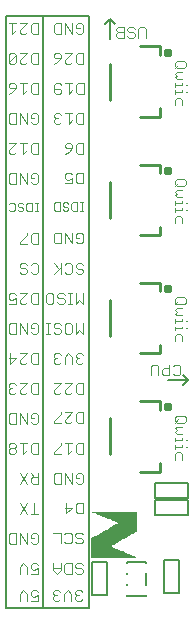
<source format=gbr>
G04 EAGLE Gerber RS-274X export*
G75*
%MOMM*%
%FSLAX34Y34*%
%LPD*%
%AMOC8*
5,1,8,0,0,1.08239X$1,22.5*%
G01*
%ADD10C,0.101600*%
%ADD11C,0.076200*%
%ADD12C,0.203200*%
%ADD13C,0.400000*%
%ADD14C,0.254000*%
%ADD15C,0.152400*%
%ADD16C,0.127000*%

G36*
X134599Y47207D02*
X134599Y47207D01*
X142057Y47207D01*
X143548Y47208D01*
X152498Y47208D01*
X153991Y47210D01*
X161449Y47210D01*
X162939Y47211D01*
X167415Y47211D01*
X167419Y47215D01*
X167425Y47217D01*
X167424Y47220D01*
X167426Y47222D01*
X167422Y47227D01*
X167419Y47234D01*
X166467Y47638D01*
X165060Y48228D01*
X163655Y48819D01*
X162249Y49409D01*
X160841Y50000D01*
X159436Y50590D01*
X158029Y51181D01*
X156623Y51771D01*
X155216Y52362D01*
X153756Y52975D01*
X152297Y53588D01*
X150839Y54202D01*
X149381Y54818D01*
X147925Y55439D01*
X146474Y56070D01*
X145182Y56809D01*
X146415Y57522D01*
X147666Y58246D01*
X148915Y58970D01*
X150166Y59696D01*
X151415Y60421D01*
X152665Y61145D01*
X153916Y61870D01*
X155165Y62596D01*
X156416Y63321D01*
X157638Y64031D01*
X158861Y64741D01*
X160085Y65450D01*
X161307Y66160D01*
X162530Y66869D01*
X163752Y67579D01*
X164974Y68289D01*
X166198Y68998D01*
X167421Y69708D01*
X167423Y69714D01*
X167426Y69718D01*
X167427Y69718D01*
X167431Y71079D01*
X167436Y72441D01*
X167441Y73801D01*
X167444Y75163D01*
X167449Y76524D01*
X167454Y77886D01*
X167458Y79246D01*
X167463Y80608D01*
X167468Y81969D01*
X167473Y83331D01*
X167476Y84692D01*
X167481Y86052D01*
X167470Y86064D01*
X167469Y86063D01*
X167469Y86064D01*
X160010Y86064D01*
X158518Y86062D01*
X148077Y86062D01*
X147381Y86062D01*
X147352Y86062D01*
X146598Y86061D01*
X145117Y86061D01*
X143637Y86059D01*
X142157Y86056D01*
X140678Y86053D01*
X139198Y86050D01*
X139184Y86050D01*
X137719Y86047D01*
X136239Y86040D01*
X135495Y86038D01*
X135485Y86038D01*
X134760Y86035D01*
X133279Y86027D01*
X133025Y86026D01*
X133021Y86026D01*
X131799Y86018D01*
X131379Y86014D01*
X131376Y86014D01*
X130319Y86004D01*
X130251Y86002D01*
X130250Y86002D01*
X129768Y85990D01*
X129767Y85990D01*
X129285Y85978D01*
X129284Y85978D01*
X128843Y85967D01*
X128838Y85963D01*
X128833Y85961D01*
X128834Y85959D01*
X128831Y85956D01*
X128836Y85951D01*
X128838Y85944D01*
X130218Y85355D01*
X131599Y84771D01*
X132982Y84188D01*
X134365Y83606D01*
X135747Y83023D01*
X137130Y82442D01*
X138514Y81861D01*
X139897Y81282D01*
X141278Y80702D01*
X142659Y80121D01*
X144040Y79542D01*
X146803Y78380D01*
X148182Y77799D01*
X149563Y77216D01*
X150922Y76637D01*
X149950Y75926D01*
X148876Y75290D01*
X147630Y74567D01*
X146382Y73845D01*
X145136Y73123D01*
X143888Y72400D01*
X142640Y71680D01*
X141393Y70957D01*
X140146Y70235D01*
X138899Y69514D01*
X137651Y68792D01*
X136363Y68047D01*
X135076Y67303D01*
X133787Y66557D01*
X132499Y65812D01*
X131212Y65066D01*
X129923Y64322D01*
X128636Y63577D01*
X128633Y63570D01*
X128630Y63567D01*
X128630Y62203D01*
X128628Y60841D01*
X128626Y59479D01*
X128626Y58117D01*
X128625Y56755D01*
X128625Y55391D01*
X128623Y54029D01*
X128623Y52667D01*
X128622Y51305D01*
X128622Y49941D01*
X128620Y48579D01*
X128620Y47217D01*
X128630Y47205D01*
X128631Y47206D01*
X128632Y47205D01*
X133107Y47205D01*
X134599Y47207D01*
G37*
D10*
X83312Y490720D02*
X83312Y499872D01*
X78736Y499872D01*
X77211Y498347D01*
X77211Y492246D01*
X78736Y490720D01*
X83312Y490720D01*
X73957Y499872D02*
X67856Y499872D01*
X73957Y499872D02*
X67856Y493771D01*
X67856Y492246D01*
X69381Y490720D01*
X72432Y490720D01*
X73957Y492246D01*
X64602Y493771D02*
X61551Y490720D01*
X61551Y499872D01*
X64602Y499872D02*
X58500Y499872D01*
X83312Y474472D02*
X83312Y465320D01*
X83312Y474472D02*
X78736Y474472D01*
X77211Y472947D01*
X77211Y466846D01*
X78736Y465320D01*
X83312Y465320D01*
X73957Y474472D02*
X67856Y474472D01*
X73957Y474472D02*
X67856Y468371D01*
X67856Y466846D01*
X69381Y465320D01*
X72432Y465320D01*
X73957Y466846D01*
X64602Y466846D02*
X64602Y472947D01*
X64602Y466846D02*
X63076Y465320D01*
X60026Y465320D01*
X58500Y466846D01*
X58500Y472947D01*
X60026Y474472D01*
X63076Y474472D01*
X64602Y472947D01*
X58500Y466846D01*
X83312Y449072D02*
X83312Y439920D01*
X83312Y449072D02*
X78736Y449072D01*
X77211Y447547D01*
X77211Y441446D01*
X78736Y439920D01*
X83312Y439920D01*
X73957Y442971D02*
X70906Y439920D01*
X70906Y449072D01*
X67856Y449072D02*
X73957Y449072D01*
X61551Y441446D02*
X58500Y439920D01*
X61551Y441446D02*
X64602Y444496D01*
X64602Y447547D01*
X63076Y449072D01*
X60026Y449072D01*
X58500Y447547D01*
X58500Y446021D01*
X60026Y444496D01*
X64602Y444496D01*
X77211Y416046D02*
X78736Y414520D01*
X81787Y414520D01*
X83312Y416046D01*
X83312Y422147D01*
X81787Y423672D01*
X78736Y423672D01*
X77211Y422147D01*
X77211Y419096D01*
X80261Y419096D01*
X73957Y423672D02*
X73957Y414520D01*
X67856Y423672D01*
X67856Y414520D01*
X64602Y414520D02*
X64602Y423672D01*
X60026Y423672D01*
X58500Y422147D01*
X58500Y416046D01*
X60026Y414520D01*
X64602Y414520D01*
X83312Y398272D02*
X83312Y389120D01*
X83312Y398272D02*
X78736Y398272D01*
X77211Y396747D01*
X77211Y390646D01*
X78736Y389120D01*
X83312Y389120D01*
X73957Y392171D02*
X70906Y389120D01*
X70906Y398272D01*
X67856Y398272D02*
X73957Y398272D01*
X64602Y398272D02*
X58500Y398272D01*
X58500Y392171D02*
X64602Y398272D01*
X58500Y392171D02*
X58500Y390646D01*
X60026Y389120D01*
X63076Y389120D01*
X64602Y390646D01*
X77211Y365246D02*
X78736Y363720D01*
X81787Y363720D01*
X83312Y365246D01*
X83312Y371347D01*
X81787Y372872D01*
X78736Y372872D01*
X77211Y371347D01*
X77211Y368296D01*
X80261Y368296D01*
X73957Y372872D02*
X73957Y363720D01*
X67856Y372872D01*
X67856Y363720D01*
X64602Y363720D02*
X64602Y372872D01*
X60026Y372872D01*
X58500Y371347D01*
X58500Y365246D01*
X60026Y363720D01*
X64602Y363720D01*
D11*
X80982Y347599D02*
X83439Y347599D01*
X82210Y347599D02*
X82210Y340227D01*
X80982Y340227D02*
X83439Y340227D01*
X78450Y340227D02*
X78450Y347599D01*
X74763Y347599D01*
X73535Y346370D01*
X73535Y341455D01*
X74763Y340227D01*
X78450Y340227D01*
X67279Y340227D02*
X66051Y341455D01*
X67279Y340227D02*
X69737Y340227D01*
X70965Y341455D01*
X70965Y342684D01*
X69737Y343913D01*
X67279Y343913D01*
X66051Y345142D01*
X66051Y346370D01*
X67279Y347599D01*
X69737Y347599D01*
X70965Y346370D01*
X59795Y340227D02*
X58566Y341455D01*
X59795Y340227D02*
X62253Y340227D01*
X63481Y341455D01*
X63481Y346370D01*
X62253Y347599D01*
X59795Y347599D01*
X58566Y346370D01*
D10*
X83312Y322072D02*
X83312Y312920D01*
X83312Y322072D02*
X78736Y322072D01*
X77211Y320547D01*
X77211Y314446D01*
X78736Y312920D01*
X83312Y312920D01*
X73957Y312920D02*
X67856Y312920D01*
X67856Y314446D01*
X73957Y320547D01*
X73957Y322072D01*
X77211Y289046D02*
X78736Y287520D01*
X81787Y287520D01*
X83312Y289046D01*
X83312Y295147D01*
X81787Y296672D01*
X78736Y296672D01*
X77211Y295147D01*
X69381Y287520D02*
X67856Y289046D01*
X69381Y287520D02*
X72432Y287520D01*
X73957Y289046D01*
X73957Y290571D01*
X72432Y292096D01*
X69381Y292096D01*
X67856Y293621D01*
X67856Y295147D01*
X69381Y296672D01*
X72432Y296672D01*
X73957Y295147D01*
X83312Y271272D02*
X83312Y262120D01*
X83312Y271272D02*
X78736Y271272D01*
X77211Y269747D01*
X77211Y263646D01*
X78736Y262120D01*
X83312Y262120D01*
X73957Y271272D02*
X67856Y271272D01*
X73957Y271272D02*
X67856Y265171D01*
X67856Y263646D01*
X69381Y262120D01*
X72432Y262120D01*
X73957Y263646D01*
X64602Y262120D02*
X58500Y262120D01*
X64602Y262120D02*
X64602Y266696D01*
X61551Y265171D01*
X60026Y265171D01*
X58500Y266696D01*
X58500Y269747D01*
X60026Y271272D01*
X63076Y271272D01*
X64602Y269747D01*
X77211Y238246D02*
X78736Y236720D01*
X81787Y236720D01*
X83312Y238246D01*
X83312Y244347D01*
X81787Y245872D01*
X78736Y245872D01*
X77211Y244347D01*
X77211Y241296D01*
X80261Y241296D01*
X73957Y245872D02*
X73957Y236720D01*
X67856Y245872D01*
X67856Y236720D01*
X64602Y236720D02*
X64602Y245872D01*
X60026Y245872D01*
X58500Y244347D01*
X58500Y238246D01*
X60026Y236720D01*
X64602Y236720D01*
X83312Y220472D02*
X83312Y211320D01*
X83312Y220472D02*
X78736Y220472D01*
X77211Y218947D01*
X77211Y212846D01*
X78736Y211320D01*
X83312Y211320D01*
X73957Y220472D02*
X67856Y220472D01*
X73957Y220472D02*
X67856Y214371D01*
X67856Y212846D01*
X69381Y211320D01*
X72432Y211320D01*
X73957Y212846D01*
X60026Y211320D02*
X60026Y220472D01*
X64602Y215896D02*
X60026Y211320D01*
X58500Y215896D02*
X64602Y215896D01*
X83312Y195072D02*
X83312Y185920D01*
X83312Y195072D02*
X78736Y195072D01*
X77211Y193547D01*
X77211Y187446D01*
X78736Y185920D01*
X83312Y185920D01*
X73957Y195072D02*
X67856Y195072D01*
X73957Y195072D02*
X67856Y188971D01*
X67856Y187446D01*
X69381Y185920D01*
X72432Y185920D01*
X73957Y187446D01*
X64602Y187446D02*
X63076Y185920D01*
X60026Y185920D01*
X58500Y187446D01*
X58500Y188971D01*
X60026Y190496D01*
X61551Y190496D01*
X60026Y190496D02*
X58500Y192021D01*
X58500Y193547D01*
X60026Y195072D01*
X63076Y195072D01*
X64602Y193547D01*
X77211Y162046D02*
X78736Y160520D01*
X81787Y160520D01*
X83312Y162046D01*
X83312Y168147D01*
X81787Y169672D01*
X78736Y169672D01*
X77211Y168147D01*
X77211Y165096D01*
X80261Y165096D01*
X73957Y169672D02*
X73957Y160520D01*
X67856Y169672D01*
X67856Y160520D01*
X64602Y160520D02*
X64602Y169672D01*
X60026Y169672D01*
X58500Y168147D01*
X58500Y162046D01*
X60026Y160520D01*
X64602Y160520D01*
X83312Y144272D02*
X83312Y135120D01*
X83312Y144272D02*
X78736Y144272D01*
X77211Y142747D01*
X77211Y136646D01*
X78736Y135120D01*
X83312Y135120D01*
X73957Y138171D02*
X70906Y135120D01*
X70906Y144272D01*
X67856Y144272D02*
X73957Y144272D01*
X64602Y136646D02*
X63076Y135120D01*
X60026Y135120D01*
X58500Y136646D01*
X58500Y138171D01*
X60026Y139696D01*
X58500Y141221D01*
X58500Y142747D01*
X60026Y144272D01*
X63076Y144272D01*
X64602Y142747D01*
X64602Y141221D01*
X63076Y139696D01*
X64602Y138171D01*
X64602Y136646D01*
X63076Y139696D02*
X60026Y139696D01*
X83312Y118872D02*
X83312Y109720D01*
X78736Y109720D01*
X77211Y111246D01*
X77211Y114296D01*
X78736Y115821D01*
X83312Y115821D01*
X80261Y115821D02*
X77211Y118872D01*
X67856Y118872D02*
X73957Y109720D01*
X67856Y109720D02*
X73957Y118872D01*
X80261Y93472D02*
X80261Y84320D01*
X77211Y84320D02*
X83312Y84320D01*
X73957Y84320D02*
X67856Y93472D01*
X73957Y93472D02*
X67856Y84320D01*
X77211Y60446D02*
X78736Y58920D01*
X81787Y58920D01*
X83312Y60446D01*
X83312Y66547D01*
X81787Y68072D01*
X78736Y68072D01*
X77211Y66547D01*
X77211Y63496D01*
X80261Y63496D01*
X73957Y68072D02*
X73957Y58920D01*
X67856Y68072D01*
X67856Y58920D01*
X64602Y58920D02*
X64602Y68072D01*
X60026Y68072D01*
X58500Y66547D01*
X58500Y60446D01*
X60026Y58920D01*
X64602Y58920D01*
X77211Y33520D02*
X83312Y33520D01*
X83312Y38096D01*
X80261Y36571D01*
X78736Y36571D01*
X77211Y38096D01*
X77211Y41147D01*
X78736Y42672D01*
X81787Y42672D01*
X83312Y41147D01*
X73957Y39621D02*
X73957Y33520D01*
X73957Y39621D02*
X70906Y42672D01*
X67856Y39621D01*
X67856Y33520D01*
X77211Y10660D02*
X83312Y10660D01*
X83312Y15236D01*
X80261Y13711D01*
X78736Y13711D01*
X77211Y15236D01*
X77211Y18287D01*
X78736Y19812D01*
X81787Y19812D01*
X83312Y18287D01*
X73957Y16761D02*
X73957Y10660D01*
X73957Y16761D02*
X70906Y19812D01*
X67856Y16761D01*
X67856Y10660D01*
X117090Y490720D02*
X115565Y492246D01*
X117090Y490720D02*
X120141Y490720D01*
X121666Y492246D01*
X121666Y498347D01*
X120141Y499872D01*
X117090Y499872D01*
X115565Y498347D01*
X115565Y495296D01*
X118615Y495296D01*
X112311Y499872D02*
X112311Y490720D01*
X106210Y499872D01*
X106210Y490720D01*
X102956Y490720D02*
X102956Y499872D01*
X98380Y499872D01*
X96854Y498347D01*
X96854Y492246D01*
X98380Y490720D01*
X102956Y490720D01*
X121412Y474472D02*
X121412Y465320D01*
X121412Y474472D02*
X116836Y474472D01*
X115311Y472947D01*
X115311Y466846D01*
X116836Y465320D01*
X121412Y465320D01*
X112057Y474472D02*
X105956Y474472D01*
X112057Y474472D02*
X105956Y468371D01*
X105956Y466846D01*
X107481Y465320D01*
X110532Y465320D01*
X112057Y466846D01*
X99651Y466846D02*
X96600Y465320D01*
X99651Y466846D02*
X102702Y469896D01*
X102702Y472947D01*
X101176Y474472D01*
X98126Y474472D01*
X96600Y472947D01*
X96600Y471421D01*
X98126Y469896D01*
X102702Y469896D01*
X121920Y448818D02*
X121920Y439666D01*
X121920Y448818D02*
X117344Y448818D01*
X115819Y447293D01*
X115819Y441192D01*
X117344Y439666D01*
X121920Y439666D01*
X112565Y442717D02*
X109514Y439666D01*
X109514Y448818D01*
X106464Y448818D02*
X112565Y448818D01*
X103210Y447293D02*
X101684Y448818D01*
X98634Y448818D01*
X97108Y447293D01*
X97108Y441192D01*
X98634Y439666D01*
X101684Y439666D01*
X103210Y441192D01*
X103210Y442717D01*
X101684Y444242D01*
X97108Y444242D01*
X121666Y423672D02*
X121666Y414520D01*
X121666Y423672D02*
X117090Y423672D01*
X115565Y422147D01*
X115565Y416046D01*
X117090Y414520D01*
X121666Y414520D01*
X112311Y417571D02*
X109260Y414520D01*
X109260Y423672D01*
X106210Y423672D02*
X112311Y423672D01*
X102956Y416046D02*
X101430Y414520D01*
X98380Y414520D01*
X96854Y416046D01*
X96854Y417571D01*
X98380Y419096D01*
X99905Y419096D01*
X98380Y419096D02*
X96854Y420621D01*
X96854Y422147D01*
X98380Y423672D01*
X101430Y423672D01*
X102956Y422147D01*
X121666Y398272D02*
X121666Y389120D01*
X121666Y398272D02*
X117090Y398272D01*
X115565Y396747D01*
X115565Y390646D01*
X117090Y389120D01*
X121666Y389120D01*
X109260Y390646D02*
X106210Y389120D01*
X109260Y390646D02*
X112311Y393696D01*
X112311Y396747D01*
X110786Y398272D01*
X107735Y398272D01*
X106210Y396747D01*
X106210Y395221D01*
X107735Y393696D01*
X112311Y393696D01*
X121666Y373126D02*
X121666Y363974D01*
X121666Y373126D02*
X117090Y373126D01*
X115565Y371601D01*
X115565Y365500D01*
X117090Y363974D01*
X121666Y363974D01*
X112311Y363974D02*
X106210Y363974D01*
X112311Y363974D02*
X112311Y368550D01*
X109260Y367025D01*
X107735Y367025D01*
X106210Y368550D01*
X106210Y371601D01*
X107735Y373126D01*
X110786Y373126D01*
X112311Y371601D01*
D11*
X119082Y348107D02*
X121539Y348107D01*
X120310Y348107D02*
X120310Y340735D01*
X119082Y340735D02*
X121539Y340735D01*
X116550Y340735D02*
X116550Y348107D01*
X112863Y348107D01*
X111635Y346878D01*
X111635Y341963D01*
X112863Y340735D01*
X116550Y340735D01*
X105379Y340735D02*
X104151Y341963D01*
X105379Y340735D02*
X107837Y340735D01*
X109065Y341963D01*
X109065Y343192D01*
X107837Y344421D01*
X105379Y344421D01*
X104151Y345650D01*
X104151Y346878D01*
X105379Y348107D01*
X107837Y348107D01*
X109065Y346878D01*
X101581Y348107D02*
X101581Y340735D01*
X101581Y348107D02*
X97895Y348107D01*
X96666Y346878D01*
X96666Y341963D01*
X97895Y340735D01*
X101581Y340735D01*
D10*
X115311Y314700D02*
X116836Y313174D01*
X119887Y313174D01*
X121412Y314700D01*
X121412Y320801D01*
X119887Y322326D01*
X116836Y322326D01*
X115311Y320801D01*
X115311Y317750D01*
X118361Y317750D01*
X112057Y322326D02*
X112057Y313174D01*
X105956Y322326D01*
X105956Y313174D01*
X102702Y313174D02*
X102702Y322326D01*
X98126Y322326D01*
X96600Y320801D01*
X96600Y314700D01*
X98126Y313174D01*
X102702Y313174D01*
X115311Y288792D02*
X116836Y287266D01*
X119887Y287266D01*
X121412Y288792D01*
X121412Y290317D01*
X119887Y291842D01*
X116836Y291842D01*
X115311Y293367D01*
X115311Y294893D01*
X116836Y296418D01*
X119887Y296418D01*
X121412Y294893D01*
X107481Y287266D02*
X105956Y288792D01*
X107481Y287266D02*
X110532Y287266D01*
X112057Y288792D01*
X112057Y294893D01*
X110532Y296418D01*
X107481Y296418D01*
X105956Y294893D01*
X102702Y296418D02*
X102702Y287266D01*
X102702Y293367D02*
X96600Y287266D01*
X101176Y291842D02*
X96600Y296418D01*
X121412Y271272D02*
X121412Y262120D01*
X118361Y265171D01*
X115311Y262120D01*
X115311Y271272D01*
X112057Y271272D02*
X109006Y271272D01*
X110532Y271272D02*
X110532Y262120D01*
X112057Y262120D02*
X109006Y262120D01*
X101244Y262120D02*
X99719Y263646D01*
X101244Y262120D02*
X104295Y262120D01*
X105820Y263646D01*
X105820Y265171D01*
X104295Y266696D01*
X101244Y266696D01*
X99719Y268221D01*
X99719Y269747D01*
X101244Y271272D01*
X104295Y271272D01*
X105820Y269747D01*
X94940Y262120D02*
X91889Y262120D01*
X94940Y262120D02*
X96465Y263646D01*
X96465Y269747D01*
X94940Y271272D01*
X91889Y271272D01*
X90364Y269747D01*
X90364Y263646D01*
X91889Y262120D01*
X121412Y245872D02*
X121412Y236720D01*
X118361Y239771D01*
X115311Y236720D01*
X115311Y245872D01*
X110532Y236720D02*
X107481Y236720D01*
X110532Y236720D02*
X112057Y238246D01*
X112057Y244347D01*
X110532Y245872D01*
X107481Y245872D01*
X105956Y244347D01*
X105956Y238246D01*
X107481Y236720D01*
X98126Y236720D02*
X96600Y238246D01*
X98126Y236720D02*
X101176Y236720D01*
X102702Y238246D01*
X102702Y239771D01*
X101176Y241296D01*
X98126Y241296D01*
X96600Y242821D01*
X96600Y244347D01*
X98126Y245872D01*
X101176Y245872D01*
X102702Y244347D01*
X93346Y245872D02*
X90296Y245872D01*
X91821Y245872D02*
X91821Y236720D01*
X93346Y236720D02*
X90296Y236720D01*
X119887Y211320D02*
X121412Y212846D01*
X119887Y211320D02*
X116836Y211320D01*
X115311Y212846D01*
X115311Y214371D01*
X116836Y215896D01*
X118361Y215896D01*
X116836Y215896D02*
X115311Y217421D01*
X115311Y218947D01*
X116836Y220472D01*
X119887Y220472D01*
X121412Y218947D01*
X112057Y217421D02*
X112057Y211320D01*
X112057Y217421D02*
X109006Y220472D01*
X105956Y217421D01*
X105956Y211320D01*
X102702Y212846D02*
X101176Y211320D01*
X98126Y211320D01*
X96600Y212846D01*
X96600Y214371D01*
X98126Y215896D01*
X99651Y215896D01*
X98126Y215896D02*
X96600Y217421D01*
X96600Y218947D01*
X98126Y220472D01*
X101176Y220472D01*
X102702Y218947D01*
X121412Y195072D02*
X121412Y185920D01*
X121412Y195072D02*
X116836Y195072D01*
X115311Y193547D01*
X115311Y187446D01*
X116836Y185920D01*
X121412Y185920D01*
X112057Y195072D02*
X105956Y195072D01*
X112057Y195072D02*
X105956Y188971D01*
X105956Y187446D01*
X107481Y185920D01*
X110532Y185920D01*
X112057Y187446D01*
X102702Y195072D02*
X96600Y195072D01*
X96600Y188971D02*
X102702Y195072D01*
X96600Y188971D02*
X96600Y187446D01*
X98126Y185920D01*
X101176Y185920D01*
X102702Y187446D01*
X121412Y170180D02*
X121412Y161028D01*
X121412Y170180D02*
X116836Y170180D01*
X115311Y168655D01*
X115311Y162554D01*
X116836Y161028D01*
X121412Y161028D01*
X112057Y170180D02*
X105956Y170180D01*
X112057Y170180D02*
X105956Y164079D01*
X105956Y162554D01*
X107481Y161028D01*
X110532Y161028D01*
X112057Y162554D01*
X102702Y161028D02*
X96600Y161028D01*
X96600Y162554D01*
X102702Y168655D01*
X102702Y170180D01*
X121412Y144018D02*
X121412Y134866D01*
X121412Y144018D02*
X116836Y144018D01*
X115311Y142493D01*
X115311Y136392D01*
X116836Y134866D01*
X121412Y134866D01*
X112057Y137917D02*
X109006Y134866D01*
X109006Y144018D01*
X105956Y144018D02*
X112057Y144018D01*
X102702Y134866D02*
X96600Y134866D01*
X96600Y136392D01*
X102702Y142493D01*
X102702Y144018D01*
X115311Y111246D02*
X116836Y109720D01*
X119887Y109720D01*
X121412Y111246D01*
X121412Y117347D01*
X119887Y118872D01*
X116836Y118872D01*
X115311Y117347D01*
X115311Y114296D01*
X118361Y114296D01*
X112057Y118872D02*
X112057Y109720D01*
X105956Y118872D01*
X105956Y109720D01*
X102702Y109720D02*
X102702Y118872D01*
X98126Y118872D01*
X96600Y117347D01*
X96600Y111246D01*
X98126Y109720D01*
X102702Y109720D01*
X121412Y93726D02*
X121412Y84574D01*
X121412Y93726D02*
X116836Y93726D01*
X115311Y92201D01*
X115311Y86100D01*
X116836Y84574D01*
X121412Y84574D01*
X107481Y84574D02*
X107481Y93726D01*
X112057Y89150D02*
X107481Y84574D01*
X105956Y89150D02*
X112057Y89150D01*
X115057Y60700D02*
X116582Y59174D01*
X119633Y59174D01*
X121158Y60700D01*
X121158Y62225D01*
X119633Y63750D01*
X116582Y63750D01*
X115057Y65275D01*
X115057Y66801D01*
X116582Y68326D01*
X119633Y68326D01*
X121158Y66801D01*
X107227Y59174D02*
X105702Y60700D01*
X107227Y59174D02*
X110278Y59174D01*
X111803Y60700D01*
X111803Y66801D01*
X110278Y68326D01*
X107227Y68326D01*
X105702Y66801D01*
X102448Y68326D02*
X102448Y59174D01*
X102448Y68326D02*
X96346Y68326D01*
X115057Y35046D02*
X116582Y33520D01*
X119633Y33520D01*
X121158Y35046D01*
X121158Y36571D01*
X119633Y38096D01*
X116582Y38096D01*
X115057Y39621D01*
X115057Y41147D01*
X116582Y42672D01*
X119633Y42672D01*
X121158Y41147D01*
X111803Y42672D02*
X111803Y33520D01*
X111803Y42672D02*
X107227Y42672D01*
X105702Y41147D01*
X105702Y35046D01*
X107227Y33520D01*
X111803Y33520D01*
X102448Y36571D02*
X102448Y42672D01*
X102448Y36571D02*
X99397Y33520D01*
X96346Y36571D01*
X96346Y42672D01*
X96346Y38096D02*
X102448Y38096D01*
X120904Y12186D02*
X119379Y10660D01*
X116328Y10660D01*
X114803Y12186D01*
X114803Y13711D01*
X116328Y15236D01*
X117853Y15236D01*
X116328Y15236D02*
X114803Y16761D01*
X114803Y18287D01*
X116328Y19812D01*
X119379Y19812D01*
X120904Y18287D01*
X111549Y16761D02*
X111549Y10660D01*
X111549Y16761D02*
X108498Y19812D01*
X105448Y16761D01*
X105448Y10660D01*
X102194Y12186D02*
X100668Y10660D01*
X97618Y10660D01*
X96092Y12186D01*
X96092Y13711D01*
X97618Y15236D01*
X99143Y15236D01*
X97618Y15236D02*
X96092Y16761D01*
X96092Y18287D01*
X97618Y19812D01*
X100668Y19812D01*
X102194Y18287D01*
X200661Y467614D02*
X206763Y467614D01*
X208288Y466089D01*
X208288Y463038D01*
X206763Y461513D01*
X200661Y461513D01*
X199136Y463038D01*
X199136Y466089D01*
X200661Y467614D01*
X202187Y464563D02*
X199136Y461513D01*
X200661Y458259D02*
X205237Y458259D01*
X200661Y458259D02*
X199136Y456734D01*
X200661Y455208D01*
X199136Y453683D01*
X200661Y452158D01*
X205237Y452158D01*
X205237Y448904D02*
X205237Y447378D01*
X199136Y447378D01*
X199136Y445853D02*
X199136Y448904D01*
X208288Y447378D02*
X209813Y447378D01*
X205237Y442667D02*
X205237Y441142D01*
X199136Y441142D01*
X199136Y442667D02*
X199136Y439616D01*
X208288Y441142D02*
X209813Y441142D01*
X205237Y434905D02*
X205237Y430329D01*
X205237Y434905D02*
X203712Y436430D01*
X200661Y436430D01*
X199136Y434905D01*
X199136Y430329D01*
X200661Y367792D02*
X206763Y367792D01*
X208288Y366267D01*
X208288Y363216D01*
X206763Y361691D01*
X200661Y361691D01*
X199136Y363216D01*
X199136Y366267D01*
X200661Y367792D01*
X202187Y364741D02*
X199136Y361691D01*
X200661Y358437D02*
X205237Y358437D01*
X200661Y358437D02*
X199136Y356912D01*
X200661Y355386D01*
X199136Y353861D01*
X200661Y352336D01*
X205237Y352336D01*
X205237Y349082D02*
X205237Y347556D01*
X199136Y347556D01*
X199136Y346031D02*
X199136Y349082D01*
X208288Y347556D02*
X209813Y347556D01*
X205237Y342845D02*
X205237Y341320D01*
X199136Y341320D01*
X199136Y342845D02*
X199136Y339794D01*
X208288Y341320D02*
X209813Y341320D01*
X205237Y335083D02*
X205237Y330507D01*
X205237Y335083D02*
X203712Y336608D01*
X200661Y336608D01*
X199136Y335083D01*
X199136Y330507D01*
X200661Y267716D02*
X206763Y267716D01*
X208288Y266191D01*
X208288Y263140D01*
X206763Y261615D01*
X200661Y261615D01*
X199136Y263140D01*
X199136Y266191D01*
X200661Y267716D01*
X202187Y264665D02*
X199136Y261615D01*
X200661Y258361D02*
X205237Y258361D01*
X200661Y258361D02*
X199136Y256836D01*
X200661Y255310D01*
X199136Y253785D01*
X200661Y252260D01*
X205237Y252260D01*
X205237Y249006D02*
X205237Y247480D01*
X199136Y247480D01*
X199136Y245955D02*
X199136Y249006D01*
X208288Y247480D02*
X209813Y247480D01*
X205237Y242769D02*
X205237Y241244D01*
X199136Y241244D01*
X199136Y242769D02*
X199136Y239718D01*
X208288Y241244D02*
X209813Y241244D01*
X205237Y235007D02*
X205237Y230431D01*
X205237Y235007D02*
X203712Y236532D01*
X200661Y236532D01*
X199136Y235007D01*
X199136Y230431D01*
X200661Y167386D02*
X206763Y167386D01*
X208288Y165861D01*
X208288Y162810D01*
X206763Y161285D01*
X200661Y161285D01*
X199136Y162810D01*
X199136Y165861D01*
X200661Y167386D01*
X202187Y164335D02*
X199136Y161285D01*
X200661Y158031D02*
X205237Y158031D01*
X200661Y158031D02*
X199136Y156506D01*
X200661Y154980D01*
X199136Y153455D01*
X200661Y151930D01*
X205237Y151930D01*
X205237Y148676D02*
X205237Y147150D01*
X199136Y147150D01*
X199136Y145625D02*
X199136Y148676D01*
X208288Y147150D02*
X209813Y147150D01*
X205237Y142439D02*
X205237Y140914D01*
X199136Y140914D01*
X199136Y142439D02*
X199136Y139388D01*
X208288Y140914D02*
X209813Y140914D01*
X205237Y134677D02*
X205237Y130101D01*
X205237Y134677D02*
X203712Y136202D01*
X200661Y136202D01*
X199136Y134677D01*
X199136Y130101D01*
D12*
X126492Y505968D02*
X56134Y505968D01*
X126492Y505968D02*
X126492Y4572D01*
X56134Y4572D01*
X56134Y505968D01*
X87630Y506222D02*
X87630Y4826D01*
X144526Y486410D02*
X144526Y503428D01*
X140462Y499364D01*
X144526Y503428D02*
X148590Y499364D01*
D10*
X174498Y495045D02*
X174498Y487418D01*
X174498Y495045D02*
X172973Y496570D01*
X169922Y496570D01*
X168397Y495045D01*
X168397Y487418D01*
X160567Y487418D02*
X159042Y488944D01*
X160567Y487418D02*
X163618Y487418D01*
X165143Y488944D01*
X165143Y490469D01*
X163618Y491994D01*
X160567Y491994D01*
X159042Y493519D01*
X159042Y495045D01*
X160567Y496570D01*
X163618Y496570D01*
X165143Y495045D01*
X155788Y496570D02*
X155788Y487418D01*
X151212Y487418D01*
X149686Y488944D01*
X149686Y490469D01*
X151212Y491994D01*
X149686Y493519D01*
X149686Y495045D01*
X151212Y496570D01*
X155788Y496570D01*
X155788Y491994D02*
X151212Y491994D01*
D12*
X193548Y197358D02*
X210566Y197358D01*
X206502Y201422D01*
X210566Y197358D02*
X206502Y193294D01*
D10*
X199386Y201414D02*
X197861Y202940D01*
X199386Y201414D02*
X202437Y201414D01*
X203962Y202940D01*
X203962Y209041D01*
X202437Y210566D01*
X199386Y210566D01*
X197861Y209041D01*
X194607Y210566D02*
X194607Y201414D01*
X190031Y201414D01*
X188506Y202940D01*
X188506Y205990D01*
X190031Y207515D01*
X194607Y207515D01*
X185252Y209041D02*
X185252Y201414D01*
X185252Y209041D02*
X183726Y210566D01*
X180676Y210566D01*
X179150Y209041D01*
X179150Y201414D01*
D13*
X191586Y375000D02*
X191588Y375075D01*
X191594Y375149D01*
X191604Y375223D01*
X191617Y375296D01*
X191635Y375369D01*
X191656Y375440D01*
X191681Y375511D01*
X191710Y375580D01*
X191743Y375647D01*
X191779Y375712D01*
X191818Y375776D01*
X191860Y375837D01*
X191906Y375896D01*
X191955Y375953D01*
X192007Y376006D01*
X192061Y376057D01*
X192118Y376106D01*
X192178Y376150D01*
X192240Y376192D01*
X192304Y376231D01*
X192370Y376266D01*
X192437Y376297D01*
X192507Y376325D01*
X192577Y376349D01*
X192649Y376370D01*
X192722Y376386D01*
X192795Y376399D01*
X192870Y376408D01*
X192944Y376413D01*
X193019Y376414D01*
X193093Y376411D01*
X193168Y376404D01*
X193241Y376393D01*
X193315Y376379D01*
X193387Y376360D01*
X193458Y376338D01*
X193528Y376312D01*
X193597Y376282D01*
X193663Y376249D01*
X193728Y376212D01*
X193791Y376172D01*
X193852Y376128D01*
X193910Y376082D01*
X193966Y376032D01*
X194019Y375980D01*
X194070Y375925D01*
X194117Y375867D01*
X194161Y375807D01*
X194202Y375744D01*
X194240Y375680D01*
X194274Y375614D01*
X194305Y375545D01*
X194332Y375476D01*
X194355Y375405D01*
X194374Y375333D01*
X194390Y375260D01*
X194402Y375186D01*
X194410Y375112D01*
X194414Y375037D01*
X194414Y374963D01*
X194410Y374888D01*
X194402Y374814D01*
X194390Y374740D01*
X194374Y374667D01*
X194355Y374595D01*
X194332Y374524D01*
X194305Y374455D01*
X194274Y374386D01*
X194240Y374320D01*
X194202Y374256D01*
X194161Y374193D01*
X194117Y374133D01*
X194070Y374075D01*
X194019Y374020D01*
X193966Y373968D01*
X193910Y373918D01*
X193852Y373872D01*
X193791Y373828D01*
X193728Y373788D01*
X193663Y373751D01*
X193597Y373718D01*
X193528Y373688D01*
X193458Y373662D01*
X193387Y373640D01*
X193315Y373621D01*
X193241Y373607D01*
X193168Y373596D01*
X193093Y373589D01*
X193019Y373586D01*
X192944Y373587D01*
X192870Y373592D01*
X192795Y373601D01*
X192722Y373614D01*
X192649Y373630D01*
X192577Y373651D01*
X192507Y373675D01*
X192437Y373703D01*
X192370Y373734D01*
X192304Y373769D01*
X192240Y373808D01*
X192178Y373850D01*
X192118Y373894D01*
X192061Y373943D01*
X192007Y373994D01*
X191955Y374047D01*
X191906Y374104D01*
X191860Y374163D01*
X191818Y374224D01*
X191779Y374288D01*
X191743Y374353D01*
X191710Y374420D01*
X191681Y374489D01*
X191656Y374560D01*
X191635Y374631D01*
X191617Y374704D01*
X191604Y374777D01*
X191594Y374851D01*
X191588Y374925D01*
X191586Y375000D01*
D14*
X144000Y365000D02*
X144000Y335000D01*
X170000Y380000D02*
X186500Y380000D01*
X186500Y327500D02*
X186500Y320000D01*
X170000Y320000D01*
X186500Y372500D02*
X186500Y380000D01*
D13*
X191586Y475000D02*
X191588Y475075D01*
X191594Y475149D01*
X191604Y475223D01*
X191617Y475296D01*
X191635Y475369D01*
X191656Y475440D01*
X191681Y475511D01*
X191710Y475580D01*
X191743Y475647D01*
X191779Y475712D01*
X191818Y475776D01*
X191860Y475837D01*
X191906Y475896D01*
X191955Y475953D01*
X192007Y476006D01*
X192061Y476057D01*
X192118Y476106D01*
X192178Y476150D01*
X192240Y476192D01*
X192304Y476231D01*
X192370Y476266D01*
X192437Y476297D01*
X192507Y476325D01*
X192577Y476349D01*
X192649Y476370D01*
X192722Y476386D01*
X192795Y476399D01*
X192870Y476408D01*
X192944Y476413D01*
X193019Y476414D01*
X193093Y476411D01*
X193168Y476404D01*
X193241Y476393D01*
X193315Y476379D01*
X193387Y476360D01*
X193458Y476338D01*
X193528Y476312D01*
X193597Y476282D01*
X193663Y476249D01*
X193728Y476212D01*
X193791Y476172D01*
X193852Y476128D01*
X193910Y476082D01*
X193966Y476032D01*
X194019Y475980D01*
X194070Y475925D01*
X194117Y475867D01*
X194161Y475807D01*
X194202Y475744D01*
X194240Y475680D01*
X194274Y475614D01*
X194305Y475545D01*
X194332Y475476D01*
X194355Y475405D01*
X194374Y475333D01*
X194390Y475260D01*
X194402Y475186D01*
X194410Y475112D01*
X194414Y475037D01*
X194414Y474963D01*
X194410Y474888D01*
X194402Y474814D01*
X194390Y474740D01*
X194374Y474667D01*
X194355Y474595D01*
X194332Y474524D01*
X194305Y474455D01*
X194274Y474386D01*
X194240Y474320D01*
X194202Y474256D01*
X194161Y474193D01*
X194117Y474133D01*
X194070Y474075D01*
X194019Y474020D01*
X193966Y473968D01*
X193910Y473918D01*
X193852Y473872D01*
X193791Y473828D01*
X193728Y473788D01*
X193663Y473751D01*
X193597Y473718D01*
X193528Y473688D01*
X193458Y473662D01*
X193387Y473640D01*
X193315Y473621D01*
X193241Y473607D01*
X193168Y473596D01*
X193093Y473589D01*
X193019Y473586D01*
X192944Y473587D01*
X192870Y473592D01*
X192795Y473601D01*
X192722Y473614D01*
X192649Y473630D01*
X192577Y473651D01*
X192507Y473675D01*
X192437Y473703D01*
X192370Y473734D01*
X192304Y473769D01*
X192240Y473808D01*
X192178Y473850D01*
X192118Y473894D01*
X192061Y473943D01*
X192007Y473994D01*
X191955Y474047D01*
X191906Y474104D01*
X191860Y474163D01*
X191818Y474224D01*
X191779Y474288D01*
X191743Y474353D01*
X191710Y474420D01*
X191681Y474489D01*
X191656Y474560D01*
X191635Y474631D01*
X191617Y474704D01*
X191604Y474777D01*
X191594Y474851D01*
X191588Y474925D01*
X191586Y475000D01*
D14*
X144000Y465000D02*
X144000Y435000D01*
X170000Y480000D02*
X186500Y480000D01*
X186500Y427500D02*
X186500Y420000D01*
X170000Y420000D01*
X186500Y472500D02*
X186500Y480000D01*
D13*
X191586Y175000D02*
X191588Y175075D01*
X191594Y175149D01*
X191604Y175223D01*
X191617Y175296D01*
X191635Y175369D01*
X191656Y175440D01*
X191681Y175511D01*
X191710Y175580D01*
X191743Y175647D01*
X191779Y175712D01*
X191818Y175776D01*
X191860Y175837D01*
X191906Y175896D01*
X191955Y175953D01*
X192007Y176006D01*
X192061Y176057D01*
X192118Y176106D01*
X192178Y176150D01*
X192240Y176192D01*
X192304Y176231D01*
X192370Y176266D01*
X192437Y176297D01*
X192507Y176325D01*
X192577Y176349D01*
X192649Y176370D01*
X192722Y176386D01*
X192795Y176399D01*
X192870Y176408D01*
X192944Y176413D01*
X193019Y176414D01*
X193093Y176411D01*
X193168Y176404D01*
X193241Y176393D01*
X193315Y176379D01*
X193387Y176360D01*
X193458Y176338D01*
X193528Y176312D01*
X193597Y176282D01*
X193663Y176249D01*
X193728Y176212D01*
X193791Y176172D01*
X193852Y176128D01*
X193910Y176082D01*
X193966Y176032D01*
X194019Y175980D01*
X194070Y175925D01*
X194117Y175867D01*
X194161Y175807D01*
X194202Y175744D01*
X194240Y175680D01*
X194274Y175614D01*
X194305Y175545D01*
X194332Y175476D01*
X194355Y175405D01*
X194374Y175333D01*
X194390Y175260D01*
X194402Y175186D01*
X194410Y175112D01*
X194414Y175037D01*
X194414Y174963D01*
X194410Y174888D01*
X194402Y174814D01*
X194390Y174740D01*
X194374Y174667D01*
X194355Y174595D01*
X194332Y174524D01*
X194305Y174455D01*
X194274Y174386D01*
X194240Y174320D01*
X194202Y174256D01*
X194161Y174193D01*
X194117Y174133D01*
X194070Y174075D01*
X194019Y174020D01*
X193966Y173968D01*
X193910Y173918D01*
X193852Y173872D01*
X193791Y173828D01*
X193728Y173788D01*
X193663Y173751D01*
X193597Y173718D01*
X193528Y173688D01*
X193458Y173662D01*
X193387Y173640D01*
X193315Y173621D01*
X193241Y173607D01*
X193168Y173596D01*
X193093Y173589D01*
X193019Y173586D01*
X192944Y173587D01*
X192870Y173592D01*
X192795Y173601D01*
X192722Y173614D01*
X192649Y173630D01*
X192577Y173651D01*
X192507Y173675D01*
X192437Y173703D01*
X192370Y173734D01*
X192304Y173769D01*
X192240Y173808D01*
X192178Y173850D01*
X192118Y173894D01*
X192061Y173943D01*
X192007Y173994D01*
X191955Y174047D01*
X191906Y174104D01*
X191860Y174163D01*
X191818Y174224D01*
X191779Y174288D01*
X191743Y174353D01*
X191710Y174420D01*
X191681Y174489D01*
X191656Y174560D01*
X191635Y174631D01*
X191617Y174704D01*
X191604Y174777D01*
X191594Y174851D01*
X191588Y174925D01*
X191586Y175000D01*
D14*
X144000Y165000D02*
X144000Y135000D01*
X170000Y180000D02*
X186500Y180000D01*
X186500Y127500D02*
X186500Y120000D01*
X170000Y120000D01*
X186500Y172500D02*
X186500Y180000D01*
D13*
X191586Y275000D02*
X191588Y275075D01*
X191594Y275149D01*
X191604Y275223D01*
X191617Y275296D01*
X191635Y275369D01*
X191656Y275440D01*
X191681Y275511D01*
X191710Y275580D01*
X191743Y275647D01*
X191779Y275712D01*
X191818Y275776D01*
X191860Y275837D01*
X191906Y275896D01*
X191955Y275953D01*
X192007Y276006D01*
X192061Y276057D01*
X192118Y276106D01*
X192178Y276150D01*
X192240Y276192D01*
X192304Y276231D01*
X192370Y276266D01*
X192437Y276297D01*
X192507Y276325D01*
X192577Y276349D01*
X192649Y276370D01*
X192722Y276386D01*
X192795Y276399D01*
X192870Y276408D01*
X192944Y276413D01*
X193019Y276414D01*
X193093Y276411D01*
X193168Y276404D01*
X193241Y276393D01*
X193315Y276379D01*
X193387Y276360D01*
X193458Y276338D01*
X193528Y276312D01*
X193597Y276282D01*
X193663Y276249D01*
X193728Y276212D01*
X193791Y276172D01*
X193852Y276128D01*
X193910Y276082D01*
X193966Y276032D01*
X194019Y275980D01*
X194070Y275925D01*
X194117Y275867D01*
X194161Y275807D01*
X194202Y275744D01*
X194240Y275680D01*
X194274Y275614D01*
X194305Y275545D01*
X194332Y275476D01*
X194355Y275405D01*
X194374Y275333D01*
X194390Y275260D01*
X194402Y275186D01*
X194410Y275112D01*
X194414Y275037D01*
X194414Y274963D01*
X194410Y274888D01*
X194402Y274814D01*
X194390Y274740D01*
X194374Y274667D01*
X194355Y274595D01*
X194332Y274524D01*
X194305Y274455D01*
X194274Y274386D01*
X194240Y274320D01*
X194202Y274256D01*
X194161Y274193D01*
X194117Y274133D01*
X194070Y274075D01*
X194019Y274020D01*
X193966Y273968D01*
X193910Y273918D01*
X193852Y273872D01*
X193791Y273828D01*
X193728Y273788D01*
X193663Y273751D01*
X193597Y273718D01*
X193528Y273688D01*
X193458Y273662D01*
X193387Y273640D01*
X193315Y273621D01*
X193241Y273607D01*
X193168Y273596D01*
X193093Y273589D01*
X193019Y273586D01*
X192944Y273587D01*
X192870Y273592D01*
X192795Y273601D01*
X192722Y273614D01*
X192649Y273630D01*
X192577Y273651D01*
X192507Y273675D01*
X192437Y273703D01*
X192370Y273734D01*
X192304Y273769D01*
X192240Y273808D01*
X192178Y273850D01*
X192118Y273894D01*
X192061Y273943D01*
X192007Y273994D01*
X191955Y274047D01*
X191906Y274104D01*
X191860Y274163D01*
X191818Y274224D01*
X191779Y274288D01*
X191743Y274353D01*
X191710Y274420D01*
X191681Y274489D01*
X191656Y274560D01*
X191635Y274631D01*
X191617Y274704D01*
X191604Y274777D01*
X191594Y274851D01*
X191588Y274925D01*
X191586Y275000D01*
D14*
X144000Y265000D02*
X144000Y235000D01*
X170000Y280000D02*
X186500Y280000D01*
X186500Y227500D02*
X186500Y220000D01*
X170000Y220000D01*
X186500Y272500D02*
X186500Y280000D01*
D15*
X174738Y14610D02*
X158530Y14610D01*
X158530Y43610D02*
X174738Y43610D01*
X174738Y34334D02*
X174738Y23886D01*
X158530Y33386D02*
X158530Y34334D01*
X158530Y24834D02*
X158530Y23886D01*
X158530Y42386D02*
X158530Y43610D01*
X158530Y15834D02*
X158530Y14610D01*
X174738Y14610D02*
X174738Y15834D01*
X174738Y42386D02*
X174738Y43610D01*
D16*
X128764Y43180D02*
X128764Y15240D01*
X128764Y43180D02*
X141464Y43180D01*
X141464Y15240D01*
X128764Y15240D01*
X190128Y17018D02*
X190128Y44958D01*
X202828Y44958D01*
X202828Y17018D01*
X190128Y17018D01*
X182372Y96266D02*
X210312Y96266D01*
X210312Y83566D01*
X182372Y83566D01*
X182372Y96266D01*
X182372Y110744D02*
X210312Y110744D01*
X210312Y98044D01*
X182372Y98044D01*
X182372Y110744D01*
M02*

</source>
